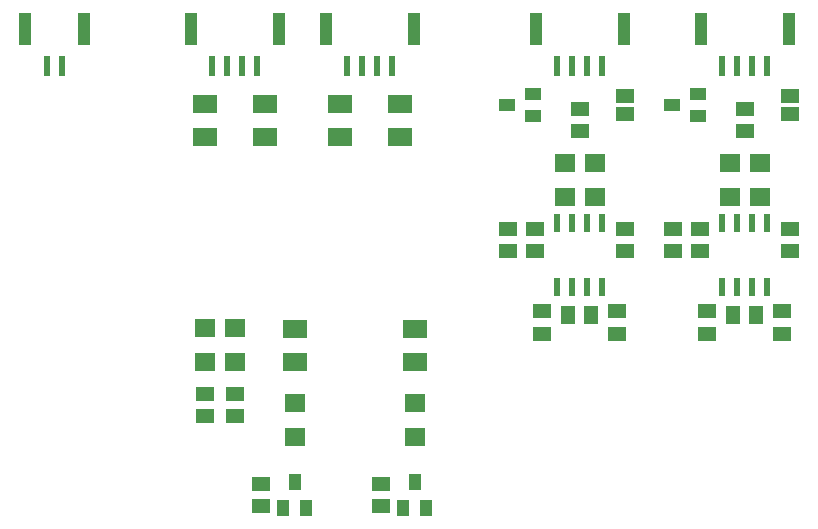
<source format=gbr>
G04 EAGLE Gerber RS-274X export*
G75*
%MOMM*%
%FSLAX34Y34*%
%LPD*%
%INSolderpaste Top*%
%IPPOS*%
%AMOC8*
5,1,8,0,0,1.08239X$1,22.5*%
G01*
%ADD10R,2.000000X1.600000*%
%ADD11R,1.803000X1.600000*%
%ADD12R,0.609600X1.524000*%
%ADD13R,1.300000X1.500000*%
%ADD14R,1.500000X1.300000*%
%ADD15R,1.600200X1.168400*%
%ADD16R,0.600000X1.700000*%
%ADD17R,1.000000X2.700000*%
%ADD18R,1.000000X1.400000*%
%ADD19R,1.400000X1.000000*%


D10*
X355600Y458500D03*
X355600Y430500D03*
X241300Y458500D03*
X241300Y430500D03*
X190500Y458500D03*
X190500Y430500D03*
X304800Y430500D03*
X304800Y458500D03*
D11*
X266700Y204720D03*
X266700Y176280D03*
X368300Y204720D03*
X368300Y176280D03*
D10*
X266700Y240000D03*
X266700Y268000D03*
X368300Y240000D03*
X368300Y268000D03*
D12*
X628650Y303276D03*
X628650Y357124D03*
X641350Y303276D03*
X654050Y303276D03*
X641350Y357124D03*
X654050Y357124D03*
X666750Y303276D03*
X666750Y357124D03*
X488950Y303276D03*
X488950Y357124D03*
X501650Y303276D03*
X514350Y303276D03*
X501650Y357124D03*
X514350Y357124D03*
X527050Y303276D03*
X527050Y357124D03*
D13*
X657200Y279400D03*
X638200Y279400D03*
X517500Y279400D03*
X498500Y279400D03*
D14*
X546100Y352400D03*
X546100Y333400D03*
X685800Y352400D03*
X685800Y333400D03*
X647700Y435000D03*
X647700Y454000D03*
X508000Y435000D03*
X508000Y454000D03*
X615950Y263550D03*
X615950Y282550D03*
X679450Y263550D03*
X679450Y282550D03*
X609600Y333400D03*
X609600Y352400D03*
X476250Y263550D03*
X476250Y282550D03*
X539750Y263550D03*
X539750Y282550D03*
X469900Y333400D03*
X469900Y352400D03*
D11*
X635000Y379480D03*
X635000Y407920D03*
X660400Y407920D03*
X660400Y379480D03*
X495300Y379480D03*
X495300Y407920D03*
X520700Y407920D03*
X520700Y379480D03*
D15*
X685800Y449580D03*
X685800Y464820D03*
X546100Y449580D03*
X546100Y464820D03*
D16*
X323950Y489975D03*
X336450Y489975D03*
D17*
X367450Y521975D03*
X292950Y521975D03*
D16*
X348950Y489975D03*
X311450Y489975D03*
X209650Y489975D03*
X222150Y489975D03*
D17*
X253150Y521975D03*
X178650Y521975D03*
D16*
X234650Y489975D03*
X197150Y489975D03*
X57250Y489975D03*
X69750Y489975D03*
D17*
X88250Y521975D03*
X38750Y521975D03*
D14*
X587375Y333400D03*
X587375Y352400D03*
X447675Y333400D03*
X447675Y352400D03*
D16*
X641450Y489975D03*
X653950Y489975D03*
D17*
X684950Y521975D03*
X610450Y521975D03*
D16*
X666450Y489975D03*
X628950Y489975D03*
X501750Y489975D03*
X514250Y489975D03*
D17*
X545250Y521975D03*
X470750Y521975D03*
D16*
X526750Y489975D03*
X489250Y489975D03*
D18*
X368300Y138000D03*
X377800Y116000D03*
X358800Y116000D03*
X266700Y138000D03*
X276200Y116000D03*
X257200Y116000D03*
D14*
X238125Y117500D03*
X238125Y136500D03*
X339725Y117500D03*
X339725Y136500D03*
D19*
X585900Y457200D03*
X607900Y466700D03*
X607900Y447700D03*
X446200Y457200D03*
X468200Y466700D03*
X468200Y447700D03*
D11*
X190500Y239780D03*
X190500Y268220D03*
X215900Y239780D03*
X215900Y268220D03*
D14*
X190500Y212700D03*
X190500Y193700D03*
X215900Y212700D03*
X215900Y193700D03*
M02*

</source>
